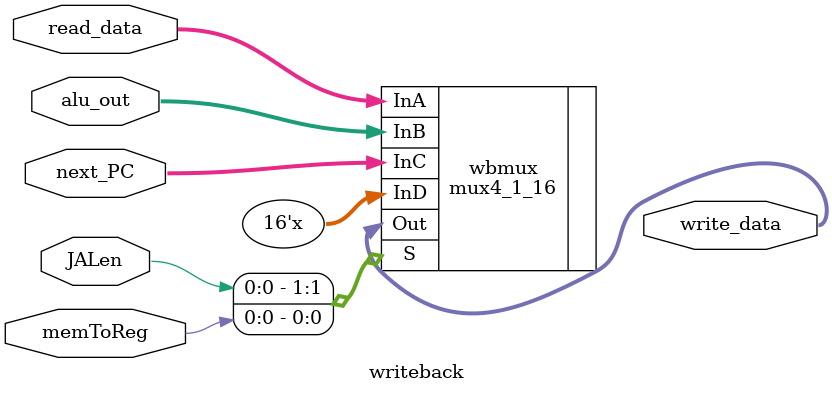
<source format=v>
module writeback(write_data, read_data, alu_out, next_PC, JALen, memToReg);

  input [15:0] read_data;
  input [15:0] alu_out;
  input [15:0] next_PC;
  input JALen; 
  input memToReg; 

  output [15:0] write_data;
  

  mux4_1_16 wbmux(.InA(read_data), .InB(alu_out), .InC(next_PC), .InD(16'bxxxx_xxxx_xxxx_xxxx), .S({JALen,memToReg} ), .Out(write_data));

endmodule

</source>
